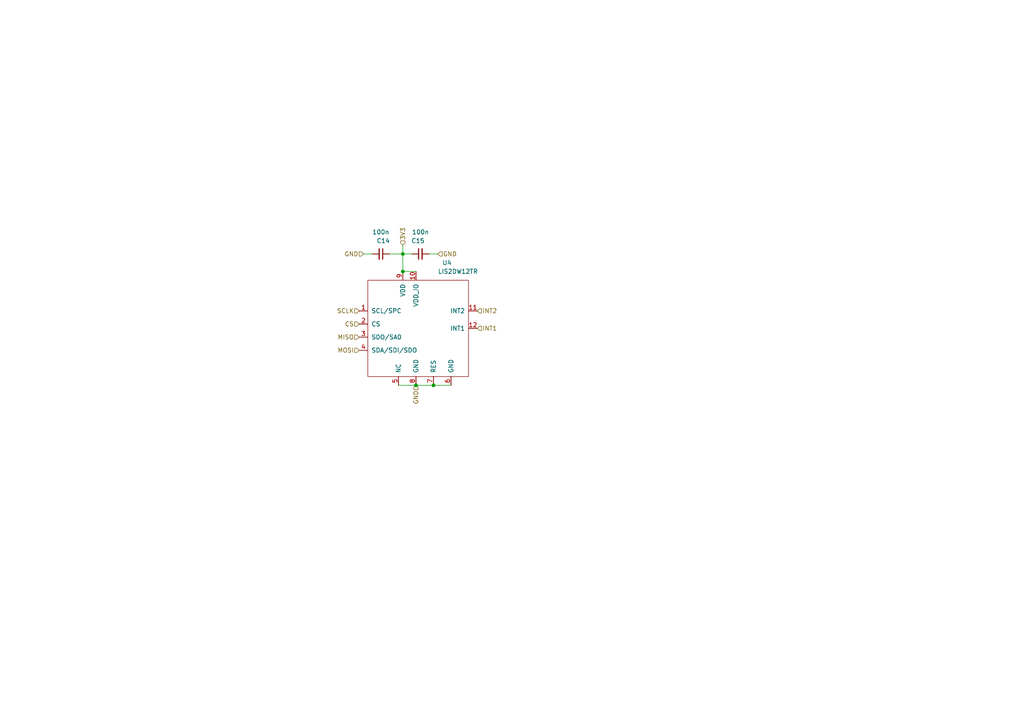
<source format=kicad_sch>
(kicad_sch (version 20231120) (generator "eeschema") (generator_version "8.0")
  (paper "A4")
  (lib_symbols
    (symbol "Device:C_Small" (pin_numbers hide) (pin_names (offset 0.254) hide)
      (property "Reference" "C" (at 0.254 1.778 0))
      (property "Value" "C_Small" (at 0.254 -2.032 0))
      (symbol "C_Small_0_1"
        (polyline (pts (xy -1.524 -0.508) (xy 1.524 -0.508)) (stroke (width 0.3302)))
        (polyline (pts (xy -1.524 0.508) (xy 1.524 0.508)) (stroke (width 0.3048)))
      )
      (symbol "C_Small_1_1"
        (pin passive line (at 0 2.54 270) (length 2.032) (name "~") (number "1"))
        (pin passive line (at 0 -2.54 90) (length 2.032) (name "~") (number "2"))
      )
    )
    (symbol "jantteri-hit-detector-rescue:LIS2DW12TR-JLC_assembled" (pin_names (offset 1.016))
      (property "Reference" "U" (at 3.81 15.24 0))
      (property "Value" "JLC_assembled_LIS2DW12TR" (at 8.89 12.7 0))
      (property "Description" "C189624" (at 0 0 0))
      (symbol "LIS2DW12TR-JLC_assembled_0_1"
        (rectangle (start -13.97 13.97) (end 15.24 -13.97))
      )
      (symbol "LIS2DW12TR-JLC_assembled_1_1"
        (pin input line (at -16.51 5.08 0) (length 2.54) (name "SCL/SPC") (number "1"))
        (pin input line (at 0 16.51 270) (length 2.54) (name "VDD_IO") (number "10"))
        (pin input line (at 17.78 5.08 180) (length 2.54) (name "INT2") (number "11"))
        (pin input line (at 17.78 0 180) (length 2.54) (name "INT1") (number "12"))
        (pin input line (at -16.51 1.27 0) (length 2.54) (name "CS") (number "2"))
        (pin input line (at -16.51 -2.54 0) (length 2.54) (name "SDO/SA0") (number "3"))
        (pin input line (at -16.51 -6.35 0) (length 2.54) (name "SDA/SDI/SDO") (number "4"))
        (pin input line (at -5.08 -16.51 90) (length 2.54) (name "NC") (number "5"))
        (pin input line (at 10.16 -16.51 90) (length 2.54) (name "GND") (number "6"))
        (pin input line (at 5.08 -16.51 90) (length 2.54) (name "RES") (number "7"))
        (pin input line (at 0 -16.51 90) (length 2.54) (name "GND") (number "8"))
        (pin input line (at -3.81 16.51 270) (length 2.54) (name "VDD") (number "9"))
      )
    )
  )
  (junction (at 116.84 73.66))
  (junction (at 125.73 111.76))
  (junction (at 116.84 78.74))
  (junction (at 120.65 111.76))
  (wire (pts (xy 120.65 78.74) (xy 116.84 78.74)))
  (wire (pts (xy 116.84 73.66) (xy 116.84 78.74)))
  (wire (pts (xy 124.46 73.66) (xy 127 73.66)))
  (wire (pts (xy 115.57 111.76) (xy 120.65 111.76)))
  (wire (pts (xy 120.65 111.76) (xy 125.73 111.76)))
  (wire (pts (xy 119.38 73.66) (xy 116.84 73.66)))
  (wire (pts (xy 116.84 71.12) (xy 116.84 73.66)))
  (wire (pts (xy 105.41 73.66) (xy 107.95 73.66)))
  (wire (pts (xy 125.73 111.76) (xy 130.81 111.76)))
  (wire (pts (xy 113.03 73.66) (xy 116.84 73.66)))
  (hierarchical_label "GND" (shape input) (at 127 73.66 0))
  (hierarchical_label "INT2" (shape input) (at 138.43 90.17 0))
  (hierarchical_label "CS" (shape input) (at 104.14 93.98 180))
  (hierarchical_label "GND" (shape input) (at 105.41 73.66 180))
  (hierarchical_label "GND" (shape input) (at 120.65 111.76 270))
  (hierarchical_label "3V3" (shape input) (at 116.84 71.12 90))
  (hierarchical_label "SCLK" (shape input) (at 104.14 90.17 180))
  (hierarchical_label "MISO" (shape input) (at 104.14 97.79 180))
  (hierarchical_label "INT1" (shape input) (at 138.43 95.25 0))
  (hierarchical_label "MOSI" (shape input) (at 104.14 101.6 180))
  (symbol (lib_id "Device:C_Small") (at 110.49 73.66 270) (unit 1)
    (property "Reference" "C12" (at 109.22 69.85 90) (effects (justify left)))
    (property "Value" "100n" (at 107.95 67.31 90) (effects (justify left)))
    (property "Footprint" "Capacitor_SMD:C_0603_1608Metric" (effects (hide yes)))
    (property "LCSC" "C14663" (effects (hide yes)))
    (instances (project "jantteri-hit-detector" (path "" (reference "C14") (unit 1)) (path "" (reference "C?") (unit 1)) (path "" (reference "C12") (unit 1)) (path "" (reference "C16") (unit 1))))
  )
  (symbol (lib_id "Device:C_Small") (at 121.92 73.66 90) (unit 1)
    (property "Reference" "C13" (at 123.19 69.85 90) (effects (justify left)))
    (property "Value" "100n" (at 124.46 67.31 90) (effects (justify left)))
    (property "Footprint" "Capacitor_SMD:C_0603_1608Metric" (effects (hide yes)))
    (property "LCSC" "C14663" (effects (hide yes)))
    (instances (project "jantteri-hit-detector" (path "" (reference "C15") (unit 1)) (path "" (reference "C?") (unit 1)) (path "" (reference "C13") (unit 1)) (path "" (reference "C17") (unit 1))))
  )
  (symbol (lib_id "jantteri-hit-detector-rescue:LIS2DW12TR-JLC_assembled") (at 120.65 95.25 0) (unit 1)
    (property "Reference" "U4" (at 128.27 76.2 0) (effects (justify left)))
    (property "Value" "LIS2DW12TR" (at 127 78.74 0) (effects (justify left)))
    (property "Footprint" "Package_LGA:LGA-12_2x2mm_P0.5mm" (effects (hide yes)))
    (property "LCSC" "C189624" (effects (hide yes)))
    (instances (project "jantteri-hit-detector" (path "" (reference "U4") (unit 1)) (path "" (reference "U3") (unit 1)) (path "" (reference "U5") (unit 1))))
  )
)
</source>
